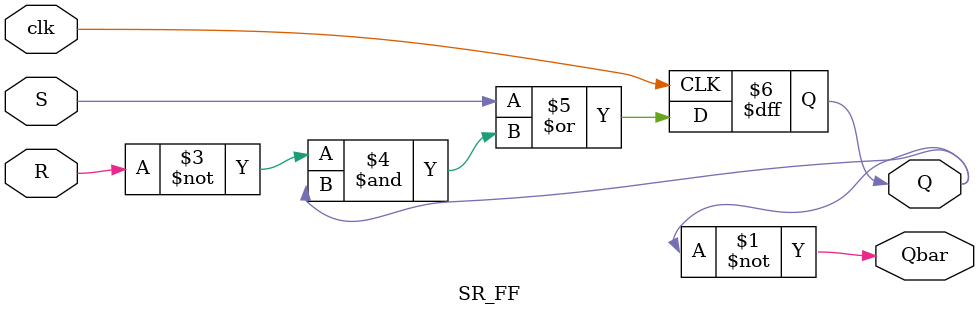
<source format=v>

module SR_FF(S,R,Q,clk,Qbar);
  
 input S,R,clk;
  
 output reg Q;

  output Qbar;
  
  assign Qbar=~Q;
  
  always@(posedge clk)
    
    begin
      
      Q <= (S | ((~R) & Q));
      
    end

endmodule

</source>
